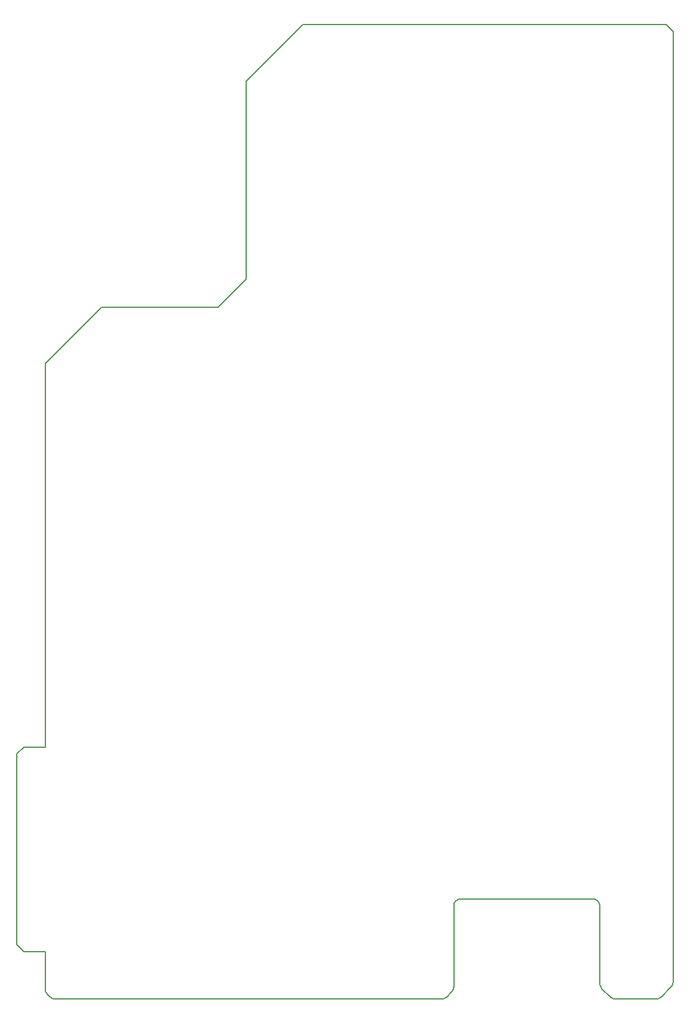
<source format=gm1>
G04 #@! TF.GenerationSoftware,KiCad,Pcbnew,8.0.5*
G04 #@! TF.CreationDate,2025-01-09T14:19:17-04:00*
G04 #@! TF.ProjectId,RAMEXB_V22_Github,52414d45-5842-45f5-9632-325f47697468,rev?*
G04 #@! TF.SameCoordinates,Original*
G04 #@! TF.FileFunction,Profile,NP*
%FSLAX46Y46*%
G04 Gerber Fmt 4.6, Leading zero omitted, Abs format (unit mm)*
G04 Created by KiCad (PCBNEW 8.0.5) date 2025-01-09 14:19:17*
%MOMM*%
%LPD*%
G01*
G04 APERTURE LIST*
G04 #@! TA.AperFunction,Profile*
%ADD10C,0.150000*%
G04 #@! TD*
G04 APERTURE END LIST*
D10*
X165500000Y-55000000D02*
X157500000Y-63000000D01*
X214392893Y-152707107D02*
G75*
G02*
X213685786Y-152999990I-707093J707107D01*
G01*
X246207107Y-151292893D02*
X244792893Y-152707107D01*
X246500000Y-150585786D02*
X246500000Y-15980000D01*
X244792893Y-152707107D02*
G75*
G02*
X244085786Y-152999990I-707093J707107D01*
G01*
X182000000Y-55000000D02*
X165500000Y-55000000D01*
X157500000Y-146300000D02*
X157500000Y-151585786D01*
X213685786Y-153000000D02*
X158914214Y-153000000D01*
X186000000Y-22980000D02*
X186000000Y-51000000D01*
X246500000Y-15980000D02*
X245500000Y-14980000D01*
X238314214Y-153000000D02*
G75*
G02*
X237607100Y-152707114I-14J1000000D01*
G01*
X157500000Y-146300000D02*
X154500000Y-146300000D01*
X158914214Y-153000000D02*
G75*
G02*
X158207121Y-152707093I-14J999900D01*
G01*
X157500000Y-117290000D02*
X154500000Y-117290000D01*
X157792893Y-152292893D02*
X158207107Y-152707107D01*
X236392893Y-151492893D02*
G75*
G02*
X236100039Y-150785786I707207J707093D01*
G01*
X235100000Y-138800000D02*
G75*
G02*
X236100000Y-139800000I0J-1000000D01*
G01*
X215400000Y-139800000D02*
X215400000Y-151285786D01*
X154500000Y-117290000D02*
X153500000Y-118290000D01*
X154500000Y-146300000D02*
X153500000Y-145300000D01*
X153500000Y-145300000D02*
X153500000Y-118290000D01*
X246500000Y-150585786D02*
G75*
G02*
X246207114Y-151292900I-1000000J-14D01*
G01*
X215400000Y-139800000D02*
G75*
G02*
X216400000Y-138800000I1000000J0D01*
G01*
X215400000Y-151285786D02*
G75*
G02*
X215107114Y-151992900I-1000000J-14D01*
G01*
X245500000Y-14980000D02*
X194000000Y-14990000D01*
X157792893Y-152292893D02*
G75*
G02*
X157500010Y-151585786I707107J707093D01*
G01*
X235100000Y-138800000D02*
X216400000Y-138800000D01*
X215107107Y-151992893D02*
X214392893Y-152707107D01*
X182000000Y-55000000D02*
X186000000Y-51000000D01*
X244085786Y-153000000D02*
X238314214Y-153000000D01*
X157500000Y-117290000D02*
X157500000Y-95500000D01*
X237607107Y-152707107D02*
X236392893Y-151492893D01*
X157500000Y-95500000D02*
X157500000Y-63000000D01*
X236100000Y-150785786D02*
X236100000Y-139800000D01*
X186000000Y-22980000D02*
X194000000Y-14990000D01*
M02*

</source>
